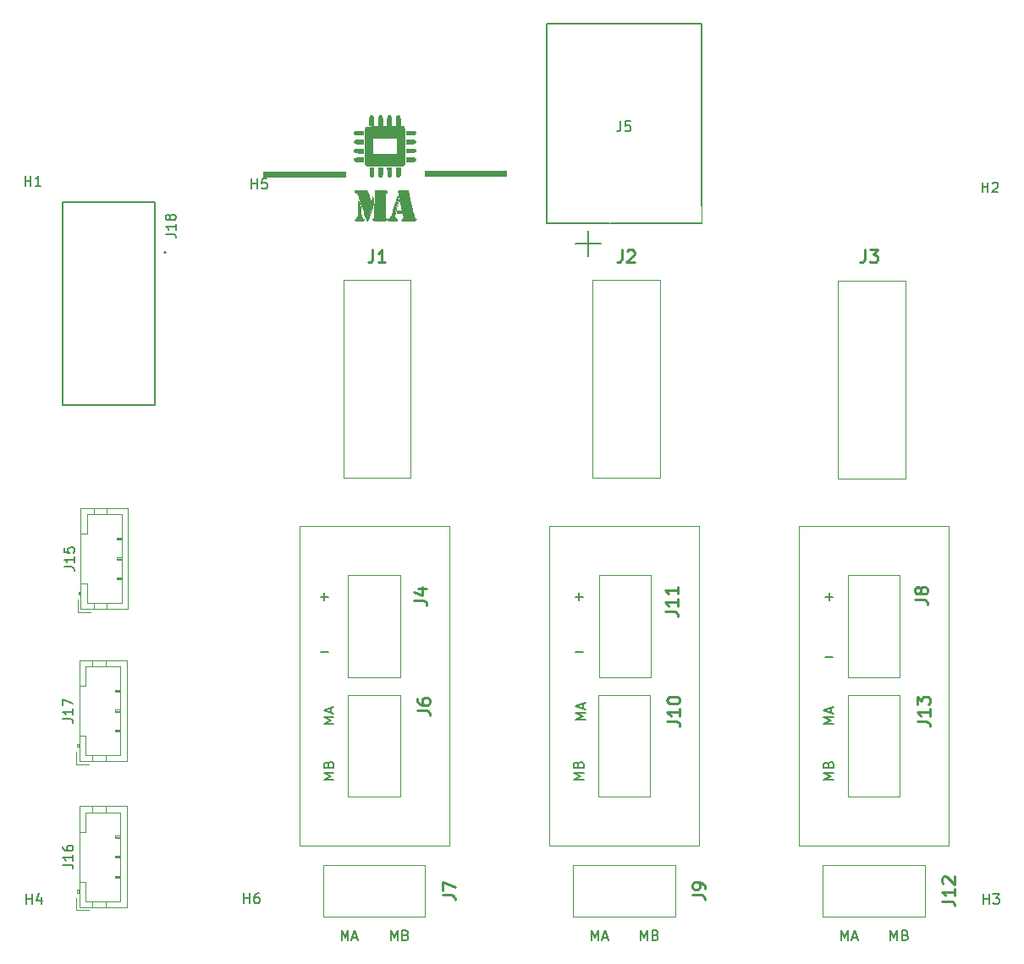
<source format=gbr>
G04 #@! TF.GenerationSoftware,KiCad,Pcbnew,(5.1.10)-1*
G04 #@! TF.CreationDate,2022-04-16T12:49:33+05:30*
G04 #@! TF.ProjectId,New PCB Stack,4e657720-5043-4422-9053-7461636b2e6b,rev?*
G04 #@! TF.SameCoordinates,Original*
G04 #@! TF.FileFunction,Legend,Top*
G04 #@! TF.FilePolarity,Positive*
%FSLAX46Y46*%
G04 Gerber Fmt 4.6, Leading zero omitted, Abs format (unit mm)*
G04 Created by KiCad (PCBNEW (5.1.10)-1) date 2022-04-16 12:49:33*
%MOMM*%
%LPD*%
G01*
G04 APERTURE LIST*
%ADD10C,0.150000*%
%ADD11C,0.120000*%
%ADD12C,0.127000*%
%ADD13C,0.100000*%
%ADD14C,0.200000*%
%ADD15C,0.010000*%
%ADD16C,0.254000*%
G04 APERTURE END LIST*
D10*
X132652380Y-99861904D02*
X131652380Y-99861904D01*
X132366666Y-99528571D01*
X131652380Y-99195238D01*
X132652380Y-99195238D01*
X132366666Y-98766666D02*
X132366666Y-98290476D01*
X132652380Y-98861904D02*
X131652380Y-98528571D01*
X132652380Y-98195238D01*
D11*
X154000000Y-80500000D02*
X154000000Y-112500000D01*
X129000000Y-80500000D02*
X129000000Y-112500000D01*
X119000000Y-80500000D02*
X119000000Y-112500000D01*
D10*
X157452380Y-105833333D02*
X156452380Y-105833333D01*
X157166666Y-105500000D01*
X156452380Y-105166666D01*
X157452380Y-105166666D01*
X156928571Y-104357142D02*
X156976190Y-104214285D01*
X157023809Y-104166666D01*
X157119047Y-104119047D01*
X157261904Y-104119047D01*
X157357142Y-104166666D01*
X157404761Y-104214285D01*
X157452380Y-104309523D01*
X157452380Y-104690476D01*
X156452380Y-104690476D01*
X156452380Y-104357142D01*
X156500000Y-104261904D01*
X156547619Y-104214285D01*
X156642857Y-104166666D01*
X156738095Y-104166666D01*
X156833333Y-104214285D01*
X156880952Y-104261904D01*
X156928571Y-104357142D01*
X156928571Y-104690476D01*
X132452380Y-105833333D02*
X131452380Y-105833333D01*
X132166666Y-105500000D01*
X131452380Y-105166666D01*
X132452380Y-105166666D01*
X131928571Y-104357142D02*
X131976190Y-104214285D01*
X132023809Y-104166666D01*
X132119047Y-104119047D01*
X132261904Y-104119047D01*
X132357142Y-104166666D01*
X132404761Y-104214285D01*
X132452380Y-104309523D01*
X132452380Y-104690476D01*
X131452380Y-104690476D01*
X131452380Y-104357142D01*
X131500000Y-104261904D01*
X131547619Y-104214285D01*
X131642857Y-104166666D01*
X131738095Y-104166666D01*
X131833333Y-104214285D01*
X131880952Y-104261904D01*
X131928571Y-104357142D01*
X131928571Y-104690476D01*
X108238095Y-121952380D02*
X108238095Y-120952380D01*
X108571428Y-121666666D01*
X108904761Y-120952380D01*
X108904761Y-121952380D01*
X109333333Y-121666666D02*
X109809523Y-121666666D01*
X109238095Y-121952380D02*
X109571428Y-120952380D01*
X109904761Y-121952380D01*
X133238095Y-121952380D02*
X133238095Y-120952380D01*
X133571428Y-121666666D01*
X133904761Y-120952380D01*
X133904761Y-121952380D01*
X134333333Y-121666666D02*
X134809523Y-121666666D01*
X134238095Y-121952380D02*
X134571428Y-120952380D01*
X134904761Y-121952380D01*
X158238095Y-121952380D02*
X158238095Y-120952380D01*
X158571428Y-121666666D01*
X158904761Y-120952380D01*
X158904761Y-121952380D01*
X159333333Y-121666666D02*
X159809523Y-121666666D01*
X159238095Y-121952380D02*
X159571428Y-120952380D01*
X159904761Y-121952380D01*
X163166666Y-121952380D02*
X163166666Y-120952380D01*
X163500000Y-121666666D01*
X163833333Y-120952380D01*
X163833333Y-121952380D01*
X164642857Y-121428571D02*
X164785714Y-121476190D01*
X164833333Y-121523809D01*
X164880952Y-121619047D01*
X164880952Y-121761904D01*
X164833333Y-121857142D01*
X164785714Y-121904761D01*
X164690476Y-121952380D01*
X164309523Y-121952380D01*
X164309523Y-120952380D01*
X164642857Y-120952380D01*
X164738095Y-121000000D01*
X164785714Y-121047619D01*
X164833333Y-121142857D01*
X164833333Y-121238095D01*
X164785714Y-121333333D01*
X164738095Y-121380952D01*
X164642857Y-121428571D01*
X164309523Y-121428571D01*
X138166666Y-121952380D02*
X138166666Y-120952380D01*
X138500000Y-121666666D01*
X138833333Y-120952380D01*
X138833333Y-121952380D01*
X139642857Y-121428571D02*
X139785714Y-121476190D01*
X139833333Y-121523809D01*
X139880952Y-121619047D01*
X139880952Y-121761904D01*
X139833333Y-121857142D01*
X139785714Y-121904761D01*
X139690476Y-121952380D01*
X139309523Y-121952380D01*
X139309523Y-120952380D01*
X139642857Y-120952380D01*
X139738095Y-121000000D01*
X139785714Y-121047619D01*
X139833333Y-121142857D01*
X139833333Y-121238095D01*
X139785714Y-121333333D01*
X139738095Y-121380952D01*
X139642857Y-121428571D01*
X139309523Y-121428571D01*
X113166666Y-121952380D02*
X113166666Y-120952380D01*
X113500000Y-121666666D01*
X113833333Y-120952380D01*
X113833333Y-121952380D01*
X114642857Y-121428571D02*
X114785714Y-121476190D01*
X114833333Y-121523809D01*
X114880952Y-121619047D01*
X114880952Y-121761904D01*
X114833333Y-121857142D01*
X114785714Y-121904761D01*
X114690476Y-121952380D01*
X114309523Y-121952380D01*
X114309523Y-120952380D01*
X114642857Y-120952380D01*
X114738095Y-121000000D01*
X114785714Y-121047619D01*
X114833333Y-121142857D01*
X114833333Y-121238095D01*
X114785714Y-121333333D01*
X114738095Y-121380952D01*
X114642857Y-121428571D01*
X114309523Y-121428571D01*
X107452380Y-105833333D02*
X106452380Y-105833333D01*
X107166666Y-105500000D01*
X106452380Y-105166666D01*
X107452380Y-105166666D01*
X106928571Y-104357142D02*
X106976190Y-104214285D01*
X107023809Y-104166666D01*
X107119047Y-104119047D01*
X107261904Y-104119047D01*
X107357142Y-104166666D01*
X107404761Y-104214285D01*
X107452380Y-104309523D01*
X107452380Y-104690476D01*
X106452380Y-104690476D01*
X106452380Y-104357142D01*
X106500000Y-104261904D01*
X106547619Y-104214285D01*
X106642857Y-104166666D01*
X106738095Y-104166666D01*
X106833333Y-104214285D01*
X106880952Y-104261904D01*
X106928571Y-104357142D01*
X106928571Y-104690476D01*
X157452380Y-100261904D02*
X156452380Y-100261904D01*
X157166666Y-99928571D01*
X156452380Y-99595238D01*
X157452380Y-99595238D01*
X157166666Y-99166666D02*
X157166666Y-98690476D01*
X157452380Y-99261904D02*
X156452380Y-98928571D01*
X157452380Y-98595238D01*
X107452380Y-100261904D02*
X106452380Y-100261904D01*
X107166666Y-99928571D01*
X106452380Y-99595238D01*
X107452380Y-99595238D01*
X107166666Y-99166666D02*
X107166666Y-98690476D01*
X107452380Y-99261904D02*
X106452380Y-98928571D01*
X107452380Y-98595238D01*
X156619047Y-93571428D02*
X157380952Y-93571428D01*
X131619047Y-93071428D02*
X132380952Y-93071428D01*
X106119047Y-93071428D02*
X106880952Y-93071428D01*
X156619047Y-87571428D02*
X157380952Y-87571428D01*
X157000000Y-87952380D02*
X157000000Y-87190476D01*
X131619047Y-87571428D02*
X132380952Y-87571428D01*
X132000000Y-87952380D02*
X132000000Y-87190476D01*
X106119047Y-87571428D02*
X106880952Y-87571428D01*
X106500000Y-87952380D02*
X106500000Y-87190476D01*
D11*
X169000000Y-112500000D02*
X169000000Y-80500000D01*
X154000000Y-112500000D02*
X169000000Y-112500000D01*
X169000000Y-80500000D02*
X154000000Y-80500000D01*
X144000000Y-112500000D02*
X144000000Y-80500000D01*
X129000000Y-112500000D02*
X144000000Y-112500000D01*
X144000000Y-80500000D02*
X129000000Y-80500000D01*
X119000000Y-80500000D02*
X104000000Y-80500000D01*
X104000000Y-112500000D02*
X119000000Y-112500000D01*
X104000000Y-80500000D02*
X104000000Y-112500000D01*
G04 #@! TO.C,J5*
X144250000Y-48350000D02*
X144250000Y-50200000D01*
D12*
X132880000Y-52180000D02*
X132880000Y-50910000D01*
X131610000Y-52180000D02*
X132880000Y-52180000D01*
X132880000Y-52180000D02*
X132880000Y-53450000D01*
X134150000Y-52180000D02*
X132880000Y-52180000D01*
X144250000Y-30150000D02*
X128750000Y-30150000D01*
X144250000Y-48350000D02*
X144250000Y-30150000D01*
X128750000Y-30150000D02*
X128760000Y-50200000D01*
X135078000Y-50200000D02*
X142220000Y-50200000D01*
X144230000Y-50200000D02*
X142098000Y-50200000D01*
X128760000Y-50200000D02*
X135050000Y-50200000D01*
D13*
G04 #@! TO.C,J12*
X156400000Y-114400000D02*
X166600000Y-114400000D01*
X156400000Y-119600000D02*
X156400000Y-114400000D01*
X166600000Y-119600000D02*
X156400000Y-119600000D01*
X166600000Y-114400000D02*
X166600000Y-119600000D01*
G04 #@! TO.C,J9*
X131400000Y-114400000D02*
X141600000Y-114400000D01*
X131400000Y-119600000D02*
X131400000Y-114400000D01*
X141600000Y-119600000D02*
X131400000Y-119600000D01*
X141600000Y-114400000D02*
X141600000Y-119600000D01*
G04 #@! TO.C,J7*
X106400000Y-114400000D02*
X116600000Y-114400000D01*
X106400000Y-119600000D02*
X106400000Y-114400000D01*
X116600000Y-119600000D02*
X106400000Y-119600000D01*
X116600000Y-114400000D02*
X116600000Y-119600000D01*
G04 #@! TO.C,J13*
X158900000Y-107600000D02*
X158900000Y-97400000D01*
X164100000Y-107600000D02*
X158900000Y-107600000D01*
X164100000Y-97400000D02*
X164100000Y-107600000D01*
X158900000Y-97400000D02*
X164100000Y-97400000D01*
G04 #@! TO.C,J8*
X158900000Y-95600000D02*
X158900000Y-85400000D01*
X164100000Y-95600000D02*
X158900000Y-95600000D01*
X164100000Y-85400000D02*
X164100000Y-95600000D01*
X158900000Y-85400000D02*
X164100000Y-85400000D01*
G04 #@! TO.C,J10*
X133900000Y-107600000D02*
X133900000Y-97400000D01*
X139100000Y-107600000D02*
X133900000Y-107600000D01*
X139100000Y-97400000D02*
X139100000Y-107600000D01*
X133900000Y-97400000D02*
X139100000Y-97400000D01*
G04 #@! TO.C,J11*
X134000000Y-95600000D02*
X134000000Y-85400000D01*
X139200000Y-95600000D02*
X134000000Y-95600000D01*
X139200000Y-85400000D02*
X139200000Y-95600000D01*
X134000000Y-85400000D02*
X139200000Y-85400000D01*
G04 #@! TO.C,J6*
X108900000Y-107600000D02*
X108900000Y-97400000D01*
X114100000Y-107600000D02*
X108900000Y-107600000D01*
X114100000Y-97400000D02*
X114100000Y-107600000D01*
X108900000Y-97400000D02*
X114100000Y-97400000D01*
G04 #@! TO.C,J4*
X108900000Y-95600000D02*
X108900000Y-85400000D01*
X114100000Y-95600000D02*
X108900000Y-95600000D01*
X114100000Y-85400000D02*
X114100000Y-95600000D01*
X108900000Y-85400000D02*
X114100000Y-85400000D01*
D12*
G04 #@! TO.C,J18*
X80368000Y-48006000D02*
X89558000Y-48006000D01*
X89558000Y-68326000D02*
X80368000Y-68326000D01*
X89558000Y-48006000D02*
X89558000Y-68326000D01*
X80368000Y-68326000D02*
X80368000Y-48006000D01*
D14*
X90658000Y-53086000D02*
G75*
G03*
X90658000Y-53086000I-100000J0D01*
G01*
D11*
G04 #@! TO.C,J17*
X82010000Y-104041000D02*
X86730000Y-104041000D01*
X86730000Y-104041000D02*
X86730000Y-93921000D01*
X86730000Y-93921000D02*
X82010000Y-93921000D01*
X82010000Y-93921000D02*
X82010000Y-104041000D01*
X82010000Y-102281000D02*
X81810000Y-102281000D01*
X81810000Y-102281000D02*
X81810000Y-102581000D01*
X81810000Y-102581000D02*
X82010000Y-102581000D01*
X81910000Y-102281000D02*
X81910000Y-102581000D01*
X82010000Y-101481000D02*
X82620000Y-101481000D01*
X82620000Y-101481000D02*
X82620000Y-103431000D01*
X82620000Y-103431000D02*
X86120000Y-103431000D01*
X86120000Y-103431000D02*
X86120000Y-94531000D01*
X86120000Y-94531000D02*
X82620000Y-94531000D01*
X82620000Y-94531000D02*
X82620000Y-96481000D01*
X82620000Y-96481000D02*
X82010000Y-96481000D01*
X83320000Y-104041000D02*
X83320000Y-103431000D01*
X84620000Y-104041000D02*
X84620000Y-103431000D01*
X83320000Y-93921000D02*
X83320000Y-94531000D01*
X84620000Y-93921000D02*
X84620000Y-94531000D01*
X86120000Y-101081000D02*
X85620000Y-101081000D01*
X85620000Y-101081000D02*
X85620000Y-100881000D01*
X85620000Y-100881000D02*
X86120000Y-100881000D01*
X86120000Y-100981000D02*
X85620000Y-100981000D01*
X86120000Y-99081000D02*
X85620000Y-99081000D01*
X85620000Y-99081000D02*
X85620000Y-98881000D01*
X85620000Y-98881000D02*
X86120000Y-98881000D01*
X86120000Y-98981000D02*
X85620000Y-98981000D01*
X86120000Y-97081000D02*
X85620000Y-97081000D01*
X85620000Y-97081000D02*
X85620000Y-96881000D01*
X85620000Y-96881000D02*
X86120000Y-96881000D01*
X86120000Y-96981000D02*
X85620000Y-96981000D01*
X81710000Y-103091000D02*
X81710000Y-104341000D01*
X81710000Y-104341000D02*
X82960000Y-104341000D01*
G04 #@! TO.C,J16*
X82010000Y-118646000D02*
X86730000Y-118646000D01*
X86730000Y-118646000D02*
X86730000Y-108526000D01*
X86730000Y-108526000D02*
X82010000Y-108526000D01*
X82010000Y-108526000D02*
X82010000Y-118646000D01*
X82010000Y-116886000D02*
X81810000Y-116886000D01*
X81810000Y-116886000D02*
X81810000Y-117186000D01*
X81810000Y-117186000D02*
X82010000Y-117186000D01*
X81910000Y-116886000D02*
X81910000Y-117186000D01*
X82010000Y-116086000D02*
X82620000Y-116086000D01*
X82620000Y-116086000D02*
X82620000Y-118036000D01*
X82620000Y-118036000D02*
X86120000Y-118036000D01*
X86120000Y-118036000D02*
X86120000Y-109136000D01*
X86120000Y-109136000D02*
X82620000Y-109136000D01*
X82620000Y-109136000D02*
X82620000Y-111086000D01*
X82620000Y-111086000D02*
X82010000Y-111086000D01*
X83320000Y-118646000D02*
X83320000Y-118036000D01*
X84620000Y-118646000D02*
X84620000Y-118036000D01*
X83320000Y-108526000D02*
X83320000Y-109136000D01*
X84620000Y-108526000D02*
X84620000Y-109136000D01*
X86120000Y-115686000D02*
X85620000Y-115686000D01*
X85620000Y-115686000D02*
X85620000Y-115486000D01*
X85620000Y-115486000D02*
X86120000Y-115486000D01*
X86120000Y-115586000D02*
X85620000Y-115586000D01*
X86120000Y-113686000D02*
X85620000Y-113686000D01*
X85620000Y-113686000D02*
X85620000Y-113486000D01*
X85620000Y-113486000D02*
X86120000Y-113486000D01*
X86120000Y-113586000D02*
X85620000Y-113586000D01*
X86120000Y-111686000D02*
X85620000Y-111686000D01*
X85620000Y-111686000D02*
X85620000Y-111486000D01*
X85620000Y-111486000D02*
X86120000Y-111486000D01*
X86120000Y-111586000D02*
X85620000Y-111586000D01*
X81710000Y-117696000D02*
X81710000Y-118946000D01*
X81710000Y-118946000D02*
X82960000Y-118946000D01*
G04 #@! TO.C,J15*
X82137000Y-88801000D02*
X86857000Y-88801000D01*
X86857000Y-88801000D02*
X86857000Y-78681000D01*
X86857000Y-78681000D02*
X82137000Y-78681000D01*
X82137000Y-78681000D02*
X82137000Y-88801000D01*
X82137000Y-87041000D02*
X81937000Y-87041000D01*
X81937000Y-87041000D02*
X81937000Y-87341000D01*
X81937000Y-87341000D02*
X82137000Y-87341000D01*
X82037000Y-87041000D02*
X82037000Y-87341000D01*
X82137000Y-86241000D02*
X82747000Y-86241000D01*
X82747000Y-86241000D02*
X82747000Y-88191000D01*
X82747000Y-88191000D02*
X86247000Y-88191000D01*
X86247000Y-88191000D02*
X86247000Y-79291000D01*
X86247000Y-79291000D02*
X82747000Y-79291000D01*
X82747000Y-79291000D02*
X82747000Y-81241000D01*
X82747000Y-81241000D02*
X82137000Y-81241000D01*
X83447000Y-88801000D02*
X83447000Y-88191000D01*
X84747000Y-88801000D02*
X84747000Y-88191000D01*
X83447000Y-78681000D02*
X83447000Y-79291000D01*
X84747000Y-78681000D02*
X84747000Y-79291000D01*
X86247000Y-85841000D02*
X85747000Y-85841000D01*
X85747000Y-85841000D02*
X85747000Y-85641000D01*
X85747000Y-85641000D02*
X86247000Y-85641000D01*
X86247000Y-85741000D02*
X85747000Y-85741000D01*
X86247000Y-83841000D02*
X85747000Y-83841000D01*
X85747000Y-83841000D02*
X85747000Y-83641000D01*
X85747000Y-83641000D02*
X86247000Y-83641000D01*
X86247000Y-83741000D02*
X85747000Y-83741000D01*
X86247000Y-81841000D02*
X85747000Y-81841000D01*
X85747000Y-81841000D02*
X85747000Y-81641000D01*
X85747000Y-81641000D02*
X86247000Y-81641000D01*
X86247000Y-81741000D02*
X85747000Y-81741000D01*
X81837000Y-87851000D02*
X81837000Y-89101000D01*
X81837000Y-89101000D02*
X83087000Y-89101000D01*
D15*
G04 #@! TO.C,G\u002A\u002A\u002A*
G36*
X113953801Y-39358296D02*
G01*
X114004894Y-39390121D01*
X114039620Y-39453127D01*
X114060817Y-39555466D01*
X114071327Y-39705291D01*
X114074000Y-39896314D01*
X114074000Y-40302000D01*
X113693000Y-40302000D01*
X113693000Y-39896314D01*
X113696064Y-39694519D01*
X113707151Y-39547860D01*
X113729101Y-39448184D01*
X113764754Y-39387338D01*
X113816951Y-39357170D01*
X113883500Y-39349500D01*
X113953801Y-39358296D01*
G37*
X113953801Y-39358296D02*
X114004894Y-39390121D01*
X114039620Y-39453127D01*
X114060817Y-39555466D01*
X114071327Y-39705291D01*
X114074000Y-39896314D01*
X114074000Y-40302000D01*
X113693000Y-40302000D01*
X113693000Y-39896314D01*
X113696064Y-39694519D01*
X113707151Y-39547860D01*
X113729101Y-39448184D01*
X113764754Y-39387338D01*
X113816951Y-39357170D01*
X113883500Y-39349500D01*
X113953801Y-39358296D01*
G36*
X113066870Y-39358616D02*
G01*
X113117211Y-39391361D01*
X113151418Y-39455832D01*
X113172264Y-39560124D01*
X113182524Y-39712334D01*
X113185000Y-39896314D01*
X113185000Y-40302000D01*
X112764741Y-40302000D01*
X112777535Y-39891365D01*
X112787066Y-39690547D01*
X112803482Y-39544905D01*
X112830125Y-39446210D01*
X112870335Y-39386237D01*
X112927455Y-39356758D01*
X112997620Y-39349500D01*
X113066870Y-39358616D01*
G37*
X113066870Y-39358616D02*
X113117211Y-39391361D01*
X113151418Y-39455832D01*
X113172264Y-39560124D01*
X113182524Y-39712334D01*
X113185000Y-39896314D01*
X113185000Y-40302000D01*
X112764741Y-40302000D01*
X112777535Y-39891365D01*
X112787066Y-39690547D01*
X112803482Y-39544905D01*
X112830125Y-39446210D01*
X112870335Y-39386237D01*
X112927455Y-39356758D01*
X112997620Y-39349500D01*
X113066870Y-39358616D01*
G36*
X112169175Y-39357381D02*
G01*
X112222712Y-39386562D01*
X112259117Y-39445346D01*
X112281435Y-39542034D01*
X112292711Y-39684932D01*
X112295991Y-39882341D01*
X112296000Y-39896314D01*
X112296000Y-40302000D01*
X111876873Y-40302000D01*
X111888721Y-39897187D01*
X111897435Y-39695678D01*
X111912090Y-39549315D01*
X111935818Y-39449808D01*
X111971747Y-39388865D01*
X112023007Y-39358195D01*
X112092728Y-39349507D01*
X112095462Y-39349500D01*
X112169175Y-39357381D01*
G37*
X112169175Y-39357381D02*
X112222712Y-39386562D01*
X112259117Y-39445346D01*
X112281435Y-39542034D01*
X112292711Y-39684932D01*
X112295991Y-39882341D01*
X112296000Y-39896314D01*
X112296000Y-40302000D01*
X111876873Y-40302000D01*
X111888721Y-39897187D01*
X111897435Y-39695678D01*
X111912090Y-39549315D01*
X111935818Y-39449808D01*
X111971747Y-39388865D01*
X112023007Y-39358195D01*
X112092728Y-39349507D01*
X112095462Y-39349500D01*
X112169175Y-39357381D01*
G36*
X111207033Y-39355473D02*
G01*
X111280465Y-39368884D01*
X111333634Y-39400905D01*
X111369681Y-39460310D01*
X111391744Y-39555877D01*
X111402965Y-39696381D01*
X111406483Y-39890598D01*
X111406531Y-39913062D01*
X111407000Y-40302000D01*
X110994250Y-40302000D01*
X110994250Y-39935855D01*
X110998955Y-39723197D01*
X111013422Y-39568001D01*
X111038176Y-39464903D01*
X111041075Y-39457640D01*
X111077956Y-39384394D01*
X111121851Y-39355507D01*
X111199005Y-39354824D01*
X111207033Y-39355473D01*
G37*
X111207033Y-39355473D02*
X111280465Y-39368884D01*
X111333634Y-39400905D01*
X111369681Y-39460310D01*
X111391744Y-39555877D01*
X111402965Y-39696381D01*
X111406483Y-39890598D01*
X111406531Y-39913062D01*
X111407000Y-40302000D01*
X110994250Y-40302000D01*
X110994250Y-39935855D01*
X110998955Y-39723197D01*
X111013422Y-39568001D01*
X111038176Y-39464903D01*
X111041075Y-39457640D01*
X111077956Y-39384394D01*
X111121851Y-39355507D01*
X111199005Y-39354824D01*
X111207033Y-39355473D01*
G36*
X115094882Y-40889626D02*
G01*
X115265865Y-40890847D01*
X115385399Y-40895294D01*
X115465514Y-40904521D01*
X115518240Y-40920081D01*
X115555607Y-40943528D01*
X115563195Y-40950110D01*
X115620806Y-41039354D01*
X115619383Y-41140795D01*
X115584752Y-41208744D01*
X115560265Y-41233896D01*
X115522407Y-41251735D01*
X115460282Y-41263904D01*
X115362992Y-41272046D01*
X115219641Y-41277805D01*
X115106922Y-41280801D01*
X114674090Y-41291228D01*
X114683607Y-41090301D01*
X114693125Y-40889375D01*
X115094882Y-40889626D01*
G37*
X115094882Y-40889626D02*
X115265865Y-40890847D01*
X115385399Y-40895294D01*
X115465514Y-40904521D01*
X115518240Y-40920081D01*
X115555607Y-40943528D01*
X115563195Y-40950110D01*
X115620806Y-41039354D01*
X115619383Y-41140795D01*
X115584752Y-41208744D01*
X115560265Y-41233896D01*
X115522407Y-41251735D01*
X115460282Y-41263904D01*
X115362992Y-41272046D01*
X115219641Y-41277805D01*
X115106922Y-41280801D01*
X114674090Y-41291228D01*
X114683607Y-41090301D01*
X114693125Y-40889375D01*
X115094882Y-40889626D01*
G36*
X110422750Y-41286250D02*
G01*
X110017064Y-41286250D01*
X109834569Y-41284411D01*
X109704693Y-41278149D01*
X109616638Y-41266344D01*
X109559611Y-41247874D01*
X109540814Y-41236824D01*
X109480911Y-41158549D01*
X109470250Y-41095750D01*
X109479046Y-41025448D01*
X109510871Y-40974355D01*
X109573877Y-40939629D01*
X109676216Y-40918432D01*
X109826041Y-40907922D01*
X110017064Y-40905250D01*
X110422750Y-40905250D01*
X110422750Y-41286250D01*
G37*
X110422750Y-41286250D02*
X110017064Y-41286250D01*
X109834569Y-41284411D01*
X109704693Y-41278149D01*
X109616638Y-41266344D01*
X109559611Y-41247874D01*
X109540814Y-41236824D01*
X109480911Y-41158549D01*
X109470250Y-41095750D01*
X109479046Y-41025448D01*
X109510871Y-40974355D01*
X109573877Y-40939629D01*
X109676216Y-40918432D01*
X109826041Y-40907922D01*
X110017064Y-40905250D01*
X110422750Y-40905250D01*
X110422750Y-41286250D01*
G36*
X115286384Y-41797303D02*
G01*
X115434251Y-41808371D01*
X115534243Y-41830317D01*
X115594069Y-41866002D01*
X115621438Y-41918290D01*
X115624056Y-41990041D01*
X115623596Y-41995013D01*
X115607953Y-42061789D01*
X115570372Y-42110169D01*
X115502322Y-42142905D01*
X115395268Y-42162748D01*
X115240678Y-42172452D01*
X115066187Y-42174781D01*
X114677250Y-42175250D01*
X114677250Y-41794250D01*
X115082935Y-41794250D01*
X115286384Y-41797303D01*
G37*
X115286384Y-41797303D02*
X115434251Y-41808371D01*
X115534243Y-41830317D01*
X115594069Y-41866002D01*
X115621438Y-41918290D01*
X115624056Y-41990041D01*
X115623596Y-41995013D01*
X115607953Y-42061789D01*
X115570372Y-42110169D01*
X115502322Y-42142905D01*
X115395268Y-42162748D01*
X115240678Y-42172452D01*
X115066187Y-42174781D01*
X114677250Y-42175250D01*
X114677250Y-41794250D01*
X115082935Y-41794250D01*
X115286384Y-41797303D01*
G36*
X110422750Y-42175250D02*
G01*
X110017064Y-42175250D01*
X109834569Y-42173411D01*
X109704693Y-42167149D01*
X109616638Y-42155344D01*
X109559611Y-42136874D01*
X109540814Y-42125824D01*
X109480911Y-42047549D01*
X109470250Y-41984750D01*
X109479046Y-41914448D01*
X109510871Y-41863355D01*
X109573877Y-41828629D01*
X109676216Y-41807432D01*
X109826041Y-41796922D01*
X110017064Y-41794250D01*
X110422750Y-41794250D01*
X110422750Y-42175250D01*
G37*
X110422750Y-42175250D02*
X110017064Y-42175250D01*
X109834569Y-42173411D01*
X109704693Y-42167149D01*
X109616638Y-42155344D01*
X109559611Y-42136874D01*
X109540814Y-42125824D01*
X109480911Y-42047549D01*
X109470250Y-41984750D01*
X109479046Y-41914448D01*
X109510871Y-41863355D01*
X109573877Y-41828629D01*
X109676216Y-41807432D01*
X109826041Y-41796922D01*
X110017064Y-41794250D01*
X110422750Y-41794250D01*
X110422750Y-42175250D01*
G36*
X115286384Y-42686303D02*
G01*
X115434251Y-42697371D01*
X115534243Y-42719317D01*
X115594069Y-42755002D01*
X115621438Y-42807290D01*
X115624056Y-42879041D01*
X115623596Y-42884013D01*
X115607953Y-42950789D01*
X115570372Y-42999169D01*
X115502322Y-43031905D01*
X115395268Y-43051748D01*
X115240678Y-43061452D01*
X115066187Y-43063781D01*
X114677250Y-43064250D01*
X114677250Y-42683250D01*
X115082935Y-42683250D01*
X115286384Y-42686303D01*
G37*
X115286384Y-42686303D02*
X115434251Y-42697371D01*
X115534243Y-42719317D01*
X115594069Y-42755002D01*
X115621438Y-42807290D01*
X115624056Y-42879041D01*
X115623596Y-42884013D01*
X115607953Y-42950789D01*
X115570372Y-42999169D01*
X115502322Y-43031905D01*
X115395268Y-43051748D01*
X115240678Y-43061452D01*
X115066187Y-43063781D01*
X114677250Y-43064250D01*
X114677250Y-42683250D01*
X115082935Y-42683250D01*
X115286384Y-42686303D01*
G36*
X110422750Y-43096000D02*
G01*
X110081437Y-43093136D01*
X109929353Y-43089278D01*
X109791119Y-43081155D01*
X109685228Y-43070094D01*
X109640930Y-43061513D01*
X109532942Y-43011232D01*
X109480712Y-42935980D01*
X109475893Y-42852593D01*
X109493642Y-42789353D01*
X109535624Y-42743532D01*
X109610182Y-42712603D01*
X109725662Y-42694039D01*
X109890411Y-42685316D01*
X110033812Y-42683718D01*
X110422750Y-42683250D01*
X110422750Y-43096000D01*
G37*
X110422750Y-43096000D02*
X110081437Y-43093136D01*
X109929353Y-43089278D01*
X109791119Y-43081155D01*
X109685228Y-43070094D01*
X109640930Y-43061513D01*
X109532942Y-43011232D01*
X109480712Y-42935980D01*
X109475893Y-42852593D01*
X109493642Y-42789353D01*
X109535624Y-42743532D01*
X109610182Y-42712603D01*
X109725662Y-42694039D01*
X109890411Y-42685316D01*
X110033812Y-42683718D01*
X110422750Y-42683250D01*
X110422750Y-43096000D01*
G36*
X115284730Y-43575314D02*
G01*
X115431389Y-43586401D01*
X115531065Y-43608351D01*
X115591911Y-43644004D01*
X115622079Y-43696201D01*
X115629750Y-43762750D01*
X115620953Y-43833051D01*
X115589128Y-43884144D01*
X115526122Y-43918870D01*
X115423783Y-43940067D01*
X115273958Y-43950577D01*
X115082935Y-43953250D01*
X114677250Y-43953250D01*
X114677250Y-43572250D01*
X115082935Y-43572250D01*
X115284730Y-43575314D01*
G37*
X115284730Y-43575314D02*
X115431389Y-43586401D01*
X115531065Y-43608351D01*
X115591911Y-43644004D01*
X115622079Y-43696201D01*
X115629750Y-43762750D01*
X115620953Y-43833051D01*
X115589128Y-43884144D01*
X115526122Y-43918870D01*
X115423783Y-43940067D01*
X115273958Y-43950577D01*
X115082935Y-43953250D01*
X114677250Y-43953250D01*
X114677250Y-43572250D01*
X115082935Y-43572250D01*
X115284730Y-43575314D01*
G36*
X110422750Y-43985000D02*
G01*
X110081437Y-43980242D01*
X109931517Y-43977079D01*
X109797567Y-43972313D01*
X109697166Y-43966674D01*
X109656113Y-43962577D01*
X109553057Y-43920115D01*
X109489266Y-43839087D01*
X109475807Y-43742480D01*
X109493459Y-43678947D01*
X109535113Y-43632917D01*
X109609138Y-43601842D01*
X109723905Y-43583176D01*
X109887785Y-43574373D01*
X110033812Y-43572718D01*
X110422750Y-43572250D01*
X110422750Y-43985000D01*
G37*
X110422750Y-43985000D02*
X110081437Y-43980242D01*
X109931517Y-43977079D01*
X109797567Y-43972313D01*
X109697166Y-43966674D01*
X109656113Y-43962577D01*
X109553057Y-43920115D01*
X109489266Y-43839087D01*
X109475807Y-43742480D01*
X109493459Y-43678947D01*
X109535113Y-43632917D01*
X109609138Y-43601842D01*
X109723905Y-43583176D01*
X109887785Y-43574373D01*
X110033812Y-43572718D01*
X110422750Y-43572250D01*
X110422750Y-43985000D01*
G36*
X114469074Y-40531314D02*
G01*
X114479684Y-40552468D01*
X114488687Y-40586481D01*
X114496210Y-40638245D01*
X114502381Y-40712654D01*
X114507329Y-40814602D01*
X114511181Y-40948982D01*
X114514065Y-41120688D01*
X114516109Y-41334613D01*
X114517441Y-41595651D01*
X114518189Y-41908696D01*
X114518481Y-42278640D01*
X114518500Y-42421882D01*
X114518500Y-44241886D01*
X114362636Y-44397750D01*
X112555724Y-44397750D01*
X112171571Y-44397702D01*
X111845830Y-44397442D01*
X111573412Y-44396792D01*
X111349228Y-44395575D01*
X111168191Y-44393614D01*
X111025211Y-44390732D01*
X110915201Y-44386752D01*
X110833072Y-44381496D01*
X110773736Y-44374788D01*
X110732103Y-44366450D01*
X110703087Y-44356305D01*
X110681597Y-44344177D01*
X110665156Y-44331945D01*
X110581500Y-44266141D01*
X110581500Y-42624265D01*
X111283672Y-42624265D01*
X111285368Y-42824156D01*
X111292284Y-42974798D01*
X111305500Y-43083278D01*
X111326095Y-43156685D01*
X111355152Y-43202106D01*
X111393750Y-43226630D01*
X111418043Y-43233496D01*
X111464966Y-43236667D01*
X111567628Y-43239343D01*
X111718269Y-43241460D01*
X111909129Y-43242954D01*
X112132448Y-43243762D01*
X112380467Y-43243820D01*
X112604014Y-43243235D01*
X112916004Y-43241515D01*
X113169785Y-43238892D01*
X113370641Y-43235157D01*
X113523861Y-43230103D01*
X113634730Y-43223522D01*
X113708534Y-43215204D01*
X113750560Y-43204942D01*
X113762889Y-43197599D01*
X113776976Y-43167718D01*
X113787726Y-43105621D01*
X113795479Y-43004981D01*
X113800570Y-42859474D01*
X113803338Y-42662771D01*
X113804125Y-42425103D01*
X113803833Y-42190489D01*
X113802530Y-42011268D01*
X113799572Y-41879332D01*
X113794315Y-41786575D01*
X113786116Y-41724891D01*
X113774331Y-41686172D01*
X113758316Y-41662312D01*
X113742494Y-41648815D01*
X113692909Y-41635668D01*
X113588840Y-41624523D01*
X113439271Y-41615379D01*
X113253187Y-41608237D01*
X113039571Y-41603097D01*
X112807407Y-41599959D01*
X112565681Y-41598824D01*
X112323377Y-41599691D01*
X112089477Y-41602561D01*
X111872968Y-41607435D01*
X111682833Y-41614311D01*
X111528056Y-41623191D01*
X111417622Y-41634074D01*
X111360515Y-41646961D01*
X111357505Y-41648762D01*
X111336939Y-41667824D01*
X111321290Y-41696612D01*
X111309718Y-41743597D01*
X111301382Y-41817248D01*
X111295441Y-41926034D01*
X111291054Y-42078425D01*
X111287382Y-42282891D01*
X111286114Y-42368035D01*
X111283672Y-42624265D01*
X110581500Y-42624265D01*
X110581500Y-42415991D01*
X110581584Y-42026113D01*
X110581937Y-41694808D01*
X110582709Y-41417150D01*
X110584050Y-41188213D01*
X110586111Y-41003071D01*
X110589042Y-40856796D01*
X110592994Y-40744463D01*
X110598116Y-40661145D01*
X110604559Y-40601915D01*
X110612473Y-40561848D01*
X110622010Y-40536017D01*
X110633318Y-40519495D01*
X110639562Y-40513295D01*
X110656271Y-40502200D01*
X110683187Y-40492771D01*
X110725184Y-40484874D01*
X110787133Y-40478376D01*
X110873909Y-40473144D01*
X110990385Y-40469044D01*
X111141432Y-40465943D01*
X111331925Y-40463707D01*
X111566737Y-40462204D01*
X111850740Y-40461298D01*
X112188807Y-40460858D01*
X112558637Y-40460750D01*
X114419649Y-40460750D01*
X114469074Y-40531314D01*
G37*
X114469074Y-40531314D02*
X114479684Y-40552468D01*
X114488687Y-40586481D01*
X114496210Y-40638245D01*
X114502381Y-40712654D01*
X114507329Y-40814602D01*
X114511181Y-40948982D01*
X114514065Y-41120688D01*
X114516109Y-41334613D01*
X114517441Y-41595651D01*
X114518189Y-41908696D01*
X114518481Y-42278640D01*
X114518500Y-42421882D01*
X114518500Y-44241886D01*
X114362636Y-44397750D01*
X112555724Y-44397750D01*
X112171571Y-44397702D01*
X111845830Y-44397442D01*
X111573412Y-44396792D01*
X111349228Y-44395575D01*
X111168191Y-44393614D01*
X111025211Y-44390732D01*
X110915201Y-44386752D01*
X110833072Y-44381496D01*
X110773736Y-44374788D01*
X110732103Y-44366450D01*
X110703087Y-44356305D01*
X110681597Y-44344177D01*
X110665156Y-44331945D01*
X110581500Y-44266141D01*
X110581500Y-42624265D01*
X111283672Y-42624265D01*
X111285368Y-42824156D01*
X111292284Y-42974798D01*
X111305500Y-43083278D01*
X111326095Y-43156685D01*
X111355152Y-43202106D01*
X111393750Y-43226630D01*
X111418043Y-43233496D01*
X111464966Y-43236667D01*
X111567628Y-43239343D01*
X111718269Y-43241460D01*
X111909129Y-43242954D01*
X112132448Y-43243762D01*
X112380467Y-43243820D01*
X112604014Y-43243235D01*
X112916004Y-43241515D01*
X113169785Y-43238892D01*
X113370641Y-43235157D01*
X113523861Y-43230103D01*
X113634730Y-43223522D01*
X113708534Y-43215204D01*
X113750560Y-43204942D01*
X113762889Y-43197599D01*
X113776976Y-43167718D01*
X113787726Y-43105621D01*
X113795479Y-43004981D01*
X113800570Y-42859474D01*
X113803338Y-42662771D01*
X113804125Y-42425103D01*
X113803833Y-42190489D01*
X113802530Y-42011268D01*
X113799572Y-41879332D01*
X113794315Y-41786575D01*
X113786116Y-41724891D01*
X113774331Y-41686172D01*
X113758316Y-41662312D01*
X113742494Y-41648815D01*
X113692909Y-41635668D01*
X113588840Y-41624523D01*
X113439271Y-41615379D01*
X113253187Y-41608237D01*
X113039571Y-41603097D01*
X112807407Y-41599959D01*
X112565681Y-41598824D01*
X112323377Y-41599691D01*
X112089477Y-41602561D01*
X111872968Y-41607435D01*
X111682833Y-41614311D01*
X111528056Y-41623191D01*
X111417622Y-41634074D01*
X111360515Y-41646961D01*
X111357505Y-41648762D01*
X111336939Y-41667824D01*
X111321290Y-41696612D01*
X111309718Y-41743597D01*
X111301382Y-41817248D01*
X111295441Y-41926034D01*
X111291054Y-42078425D01*
X111287382Y-42282891D01*
X111286114Y-42368035D01*
X111283672Y-42624265D01*
X110581500Y-42624265D01*
X110581500Y-42415991D01*
X110581584Y-42026113D01*
X110581937Y-41694808D01*
X110582709Y-41417150D01*
X110584050Y-41188213D01*
X110586111Y-41003071D01*
X110589042Y-40856796D01*
X110592994Y-40744463D01*
X110598116Y-40661145D01*
X110604559Y-40601915D01*
X110612473Y-40561848D01*
X110622010Y-40536017D01*
X110633318Y-40519495D01*
X110639562Y-40513295D01*
X110656271Y-40502200D01*
X110683187Y-40492771D01*
X110725184Y-40484874D01*
X110787133Y-40478376D01*
X110873909Y-40473144D01*
X110990385Y-40469044D01*
X111141432Y-40465943D01*
X111331925Y-40463707D01*
X111566737Y-40462204D01*
X111850740Y-40461298D01*
X112188807Y-40460858D01*
X112558637Y-40460750D01*
X114419649Y-40460750D01*
X114469074Y-40531314D01*
G36*
X124710250Y-45445500D02*
G01*
X116550500Y-45445500D01*
X116550500Y-44905750D01*
X124710250Y-44905750D01*
X124710250Y-45445500D01*
G37*
X124710250Y-45445500D02*
X116550500Y-45445500D01*
X116550500Y-44905750D01*
X124710250Y-44905750D01*
X124710250Y-45445500D01*
G36*
X114101000Y-44965950D02*
G01*
X114095016Y-45140344D01*
X114086979Y-45263007D01*
X114075120Y-45345705D01*
X114057670Y-45400205D01*
X114032859Y-45438274D01*
X114029391Y-45442200D01*
X113948461Y-45494544D01*
X113853911Y-45505889D01*
X113771441Y-45474899D01*
X113752450Y-45456609D01*
X113731571Y-45406843D01*
X113715965Y-45310698D01*
X113704963Y-45162291D01*
X113698477Y-44980359D01*
X113688080Y-44556500D01*
X114112126Y-44556500D01*
X114101000Y-44965950D01*
G37*
X114101000Y-44965950D02*
X114095016Y-45140344D01*
X114086979Y-45263007D01*
X114075120Y-45345705D01*
X114057670Y-45400205D01*
X114032859Y-45438274D01*
X114029391Y-45442200D01*
X113948461Y-45494544D01*
X113853911Y-45505889D01*
X113771441Y-45474899D01*
X113752450Y-45456609D01*
X113731571Y-45406843D01*
X113715965Y-45310698D01*
X113704963Y-45162291D01*
X113698477Y-44980359D01*
X113688080Y-44556500D01*
X114112126Y-44556500D01*
X114101000Y-44965950D01*
G36*
X113212077Y-44946875D02*
G01*
X113204911Y-45126353D01*
X113194287Y-45254347D01*
X113178505Y-45342847D01*
X113155867Y-45403846D01*
X113144580Y-45423125D01*
X113071443Y-45488570D01*
X112980656Y-45510001D01*
X112894945Y-45484713D01*
X112863450Y-45456609D01*
X112842571Y-45406843D01*
X112826965Y-45310698D01*
X112815963Y-45162291D01*
X112809477Y-44980359D01*
X112799080Y-44556500D01*
X113223279Y-44556500D01*
X113212077Y-44946875D01*
G37*
X113212077Y-44946875D02*
X113204911Y-45126353D01*
X113194287Y-45254347D01*
X113178505Y-45342847D01*
X113155867Y-45403846D01*
X113144580Y-45423125D01*
X113071443Y-45488570D01*
X112980656Y-45510001D01*
X112894945Y-45484713D01*
X112863450Y-45456609D01*
X112842571Y-45406843D01*
X112826965Y-45310698D01*
X112815963Y-45162291D01*
X112809477Y-44980359D01*
X112799080Y-44556500D01*
X113223279Y-44556500D01*
X113212077Y-44946875D01*
G36*
X112296000Y-44962185D02*
G01*
X112292935Y-45163980D01*
X112281848Y-45310639D01*
X112259898Y-45410315D01*
X112224245Y-45471161D01*
X112172048Y-45501329D01*
X112105500Y-45509000D01*
X112008112Y-45481037D01*
X111964425Y-45438435D01*
X111942511Y-45392060D01*
X111927777Y-45319627D01*
X111919103Y-45210341D01*
X111915368Y-45053405D01*
X111915000Y-44962185D01*
X111915000Y-44556500D01*
X112296000Y-44556500D01*
X112296000Y-44962185D01*
G37*
X112296000Y-44962185D02*
X112292935Y-45163980D01*
X112281848Y-45310639D01*
X112259898Y-45410315D01*
X112224245Y-45471161D01*
X112172048Y-45501329D01*
X112105500Y-45509000D01*
X112008112Y-45481037D01*
X111964425Y-45438435D01*
X111942511Y-45392060D01*
X111927777Y-45319627D01*
X111919103Y-45210341D01*
X111915368Y-45053405D01*
X111915000Y-44962185D01*
X111915000Y-44556500D01*
X112296000Y-44556500D01*
X112296000Y-44962185D01*
G36*
X111407000Y-44962185D02*
G01*
X111403935Y-45163980D01*
X111392848Y-45310639D01*
X111370898Y-45410315D01*
X111335245Y-45471161D01*
X111283048Y-45501329D01*
X111216500Y-45509000D01*
X111119112Y-45481037D01*
X111075425Y-45438435D01*
X111053511Y-45392060D01*
X111038777Y-45319627D01*
X111030103Y-45210341D01*
X111026368Y-45053405D01*
X111026000Y-44962185D01*
X111026000Y-44556500D01*
X111407000Y-44556500D01*
X111407000Y-44962185D01*
G37*
X111407000Y-44962185D02*
X111403935Y-45163980D01*
X111392848Y-45310639D01*
X111370898Y-45410315D01*
X111335245Y-45471161D01*
X111283048Y-45501329D01*
X111216500Y-45509000D01*
X111119112Y-45481037D01*
X111075425Y-45438435D01*
X111053511Y-45392060D01*
X111038777Y-45319627D01*
X111030103Y-45210341D01*
X111026368Y-45053405D01*
X111026000Y-44962185D01*
X111026000Y-44556500D01*
X111407000Y-44556500D01*
X111407000Y-44962185D01*
G36*
X108581250Y-45509000D02*
G01*
X100389750Y-45509000D01*
X100389750Y-44969250D01*
X108581250Y-44969250D01*
X108581250Y-45509000D01*
G37*
X108581250Y-45509000D02*
X100389750Y-45509000D01*
X100389750Y-44969250D01*
X108581250Y-44969250D01*
X108581250Y-45509000D01*
G36*
X114851875Y-46874800D02*
G01*
X115150274Y-48152462D01*
X115215857Y-48431574D01*
X115278390Y-48694490D01*
X115336122Y-48934076D01*
X115387299Y-49143194D01*
X115430169Y-49314709D01*
X115462980Y-49441485D01*
X115483977Y-49516385D01*
X115488688Y-49530253D01*
X115534562Y-49605365D01*
X115590798Y-49650016D01*
X115593477Y-49650939D01*
X115657185Y-49697755D01*
X115683353Y-49770044D01*
X115662793Y-49841182D01*
X115660235Y-49844398D01*
X115616305Y-49860061D01*
X115520667Y-49872868D01*
X115385052Y-49882752D01*
X115221191Y-49889645D01*
X115040815Y-49893479D01*
X114855654Y-49894186D01*
X114677439Y-49891700D01*
X114517901Y-49885953D01*
X114388771Y-49876877D01*
X114301780Y-49864404D01*
X114270850Y-49852400D01*
X114236234Y-49793409D01*
X114253638Y-49729038D01*
X114325960Y-49649214D01*
X114330477Y-49645164D01*
X114379417Y-49597556D01*
X114406343Y-49552097D01*
X114412310Y-49493652D01*
X114398374Y-49407086D01*
X114365588Y-49277265D01*
X114358078Y-49249292D01*
X114325552Y-49128500D01*
X114041026Y-49128500D01*
X113906088Y-49127801D01*
X113822408Y-49123501D01*
X113777746Y-49112299D01*
X113759859Y-49090890D01*
X113756507Y-49055971D01*
X113756500Y-49051721D01*
X113761699Y-48965990D01*
X113785485Y-48913389D01*
X113840143Y-48885950D01*
X113937956Y-48875708D01*
X114029771Y-48874500D01*
X114147828Y-48870532D01*
X114230511Y-48859841D01*
X114264311Y-48844246D01*
X114264500Y-48842891D01*
X114257721Y-48804749D01*
X114238590Y-48712977D01*
X114208918Y-48575847D01*
X114170515Y-48401627D01*
X114125189Y-48198591D01*
X114074751Y-47975007D01*
X114070238Y-47955107D01*
X114006516Y-47669288D01*
X113957998Y-47439797D01*
X113923771Y-47261541D01*
X113902926Y-47129426D01*
X113894551Y-47038360D01*
X113897051Y-46986591D01*
X113918127Y-46874250D01*
X114851875Y-46874800D01*
G37*
X114851875Y-46874800D02*
X115150274Y-48152462D01*
X115215857Y-48431574D01*
X115278390Y-48694490D01*
X115336122Y-48934076D01*
X115387299Y-49143194D01*
X115430169Y-49314709D01*
X115462980Y-49441485D01*
X115483977Y-49516385D01*
X115488688Y-49530253D01*
X115534562Y-49605365D01*
X115590798Y-49650016D01*
X115593477Y-49650939D01*
X115657185Y-49697755D01*
X115683353Y-49770044D01*
X115662793Y-49841182D01*
X115660235Y-49844398D01*
X115616305Y-49860061D01*
X115520667Y-49872868D01*
X115385052Y-49882752D01*
X115221191Y-49889645D01*
X115040815Y-49893479D01*
X114855654Y-49894186D01*
X114677439Y-49891700D01*
X114517901Y-49885953D01*
X114388771Y-49876877D01*
X114301780Y-49864404D01*
X114270850Y-49852400D01*
X114236234Y-49793409D01*
X114253638Y-49729038D01*
X114325960Y-49649214D01*
X114330477Y-49645164D01*
X114379417Y-49597556D01*
X114406343Y-49552097D01*
X114412310Y-49493652D01*
X114398374Y-49407086D01*
X114365588Y-49277265D01*
X114358078Y-49249292D01*
X114325552Y-49128500D01*
X114041026Y-49128500D01*
X113906088Y-49127801D01*
X113822408Y-49123501D01*
X113777746Y-49112299D01*
X113759859Y-49090890D01*
X113756507Y-49055971D01*
X113756500Y-49051721D01*
X113761699Y-48965990D01*
X113785485Y-48913389D01*
X113840143Y-48885950D01*
X113937956Y-48875708D01*
X114029771Y-48874500D01*
X114147828Y-48870532D01*
X114230511Y-48859841D01*
X114264311Y-48844246D01*
X114264500Y-48842891D01*
X114257721Y-48804749D01*
X114238590Y-48712977D01*
X114208918Y-48575847D01*
X114170515Y-48401627D01*
X114125189Y-48198591D01*
X114074751Y-47975007D01*
X114070238Y-47955107D01*
X114006516Y-47669288D01*
X113957998Y-47439797D01*
X113923771Y-47261541D01*
X113902926Y-47129426D01*
X113894551Y-47038360D01*
X113897051Y-46986591D01*
X113918127Y-46874250D01*
X114851875Y-46874800D01*
G36*
X113825245Y-47490461D02*
G01*
X113851902Y-47570276D01*
X113878270Y-47679086D01*
X113879866Y-47686880D01*
X113924428Y-47907033D01*
X113729339Y-48614170D01*
X113673135Y-48822404D01*
X113623270Y-49015800D01*
X113582208Y-49184081D01*
X113552416Y-49316969D01*
X113536358Y-49404189D01*
X113534250Y-49427390D01*
X113551139Y-49521773D01*
X113609496Y-49594222D01*
X113704323Y-49651930D01*
X113758991Y-49703882D01*
X113783664Y-49775263D01*
X113772580Y-49840260D01*
X113751340Y-49862610D01*
X113699239Y-49875137D01*
X113599955Y-49883492D01*
X113469662Y-49887800D01*
X113324531Y-49888186D01*
X113180734Y-49884775D01*
X113054445Y-49877692D01*
X112961835Y-49867063D01*
X112923062Y-49856206D01*
X112871598Y-49801381D01*
X112879340Y-49736277D01*
X112944158Y-49667066D01*
X113000726Y-49630941D01*
X113133068Y-49524772D01*
X113206272Y-49414250D01*
X113233033Y-49347184D01*
X113273108Y-49227892D01*
X113323714Y-49065574D01*
X113382069Y-48869431D01*
X113445390Y-48648661D01*
X113510895Y-48412466D01*
X113525483Y-48358755D01*
X113588553Y-48129698D01*
X113647760Y-47922376D01*
X113700811Y-47744222D01*
X113745416Y-47602663D01*
X113779282Y-47505129D01*
X113800118Y-47459051D01*
X113803839Y-47456431D01*
X113825245Y-47490461D01*
G37*
X113825245Y-47490461D02*
X113851902Y-47570276D01*
X113878270Y-47679086D01*
X113879866Y-47686880D01*
X113924428Y-47907033D01*
X113729339Y-48614170D01*
X113673135Y-48822404D01*
X113623270Y-49015800D01*
X113582208Y-49184081D01*
X113552416Y-49316969D01*
X113536358Y-49404189D01*
X113534250Y-49427390D01*
X113551139Y-49521773D01*
X113609496Y-49594222D01*
X113704323Y-49651930D01*
X113758991Y-49703882D01*
X113783664Y-49775263D01*
X113772580Y-49840260D01*
X113751340Y-49862610D01*
X113699239Y-49875137D01*
X113599955Y-49883492D01*
X113469662Y-49887800D01*
X113324531Y-49888186D01*
X113180734Y-49884775D01*
X113054445Y-49877692D01*
X112961835Y-49867063D01*
X112923062Y-49856206D01*
X112871598Y-49801381D01*
X112879340Y-49736277D01*
X112944158Y-49667066D01*
X113000726Y-49630941D01*
X113133068Y-49524772D01*
X113206272Y-49414250D01*
X113233033Y-49347184D01*
X113273108Y-49227892D01*
X113323714Y-49065574D01*
X113382069Y-48869431D01*
X113445390Y-48648661D01*
X113510895Y-48412466D01*
X113525483Y-48358755D01*
X113588553Y-48129698D01*
X113647760Y-47922376D01*
X113700811Y-47744222D01*
X113745416Y-47602663D01*
X113779282Y-47505129D01*
X113800118Y-47459051D01*
X113803839Y-47456431D01*
X113825245Y-47490461D01*
G36*
X112332598Y-46875151D02*
G01*
X112492127Y-46878265D01*
X112604652Y-46884200D01*
X112678413Y-46893569D01*
X112721647Y-46906983D01*
X112739234Y-46920349D01*
X112768243Y-46995004D01*
X112736994Y-47069104D01*
X112661125Y-47128264D01*
X112565875Y-47181042D01*
X112565875Y-49583707D01*
X112661125Y-49636485D01*
X112743446Y-49703739D01*
X112768039Y-49778282D01*
X112739234Y-49844400D01*
X112693752Y-49861608D01*
X112596646Y-49875292D01*
X112459692Y-49885452D01*
X112294668Y-49892089D01*
X112113352Y-49895201D01*
X111927520Y-49894790D01*
X111748951Y-49890856D01*
X111589421Y-49883397D01*
X111460708Y-49872415D01*
X111374590Y-49857909D01*
X111344765Y-49844400D01*
X111315756Y-49769746D01*
X111347004Y-49695649D01*
X111422875Y-49636492D01*
X111518125Y-49583722D01*
X111534681Y-46874250D01*
X112117828Y-46874250D01*
X112332598Y-46875151D01*
G37*
X112332598Y-46875151D02*
X112492127Y-46878265D01*
X112604652Y-46884200D01*
X112678413Y-46893569D01*
X112721647Y-46906983D01*
X112739234Y-46920349D01*
X112768243Y-46995004D01*
X112736994Y-47069104D01*
X112661125Y-47128264D01*
X112565875Y-47181042D01*
X112565875Y-49583707D01*
X112661125Y-49636485D01*
X112743446Y-49703739D01*
X112768039Y-49778282D01*
X112739234Y-49844400D01*
X112693752Y-49861608D01*
X112596646Y-49875292D01*
X112459692Y-49885452D01*
X112294668Y-49892089D01*
X112113352Y-49895201D01*
X111927520Y-49894790D01*
X111748951Y-49890856D01*
X111589421Y-49883397D01*
X111460708Y-49872415D01*
X111374590Y-49857909D01*
X111344765Y-49844400D01*
X111315756Y-49769746D01*
X111347004Y-49695649D01*
X111422875Y-49636492D01*
X111518125Y-49583722D01*
X111534681Y-46874250D01*
X112117828Y-46874250D01*
X112332598Y-46875151D01*
G36*
X110891058Y-47230749D02*
G01*
X110949606Y-47398146D01*
X111008595Y-47569015D01*
X111060083Y-47720243D01*
X111088634Y-47805759D01*
X111126303Y-47907325D01*
X111160006Y-47975577D01*
X111183214Y-47997650D01*
X111185315Y-47996259D01*
X111204676Y-47955258D01*
X111234753Y-47868574D01*
X111270246Y-47751970D01*
X111284974Y-47699750D01*
X111359375Y-47429875D01*
X111368336Y-47824662D01*
X111377298Y-48219450D01*
X111130211Y-49054852D01*
X111056385Y-49303248D01*
X110997567Y-49497241D01*
X110951242Y-49643464D01*
X110914896Y-49748549D01*
X110886017Y-49819130D01*
X110862091Y-49861838D01*
X110840603Y-49883306D01*
X110819041Y-49890167D01*
X110813561Y-49890377D01*
X110752470Y-49880897D01*
X110730532Y-49866687D01*
X110717915Y-49832306D01*
X110687541Y-49744141D01*
X110641597Y-49608695D01*
X110582269Y-49432471D01*
X110511746Y-49221972D01*
X110432213Y-48983701D01*
X110345857Y-48724161D01*
X110311438Y-48620500D01*
X110221069Y-48349405D01*
X110134748Y-48092807D01*
X110054977Y-47857967D01*
X109984256Y-47652150D01*
X109925087Y-47482618D01*
X109879970Y-47356635D01*
X109851407Y-47281463D01*
X109846307Y-47269620D01*
X109785228Y-47171428D01*
X109707290Y-47118730D01*
X109684089Y-47110870D01*
X109611989Y-47079799D01*
X109584397Y-47030522D01*
X109581375Y-46985375D01*
X109581375Y-46890125D01*
X110173139Y-46881499D01*
X110764904Y-46872874D01*
X110891058Y-47230749D01*
G37*
X110891058Y-47230749D02*
X110949606Y-47398146D01*
X111008595Y-47569015D01*
X111060083Y-47720243D01*
X111088634Y-47805759D01*
X111126303Y-47907325D01*
X111160006Y-47975577D01*
X111183214Y-47997650D01*
X111185315Y-47996259D01*
X111204676Y-47955258D01*
X111234753Y-47868574D01*
X111270246Y-47751970D01*
X111284974Y-47699750D01*
X111359375Y-47429875D01*
X111368336Y-47824662D01*
X111377298Y-48219450D01*
X111130211Y-49054852D01*
X111056385Y-49303248D01*
X110997567Y-49497241D01*
X110951242Y-49643464D01*
X110914896Y-49748549D01*
X110886017Y-49819130D01*
X110862091Y-49861838D01*
X110840603Y-49883306D01*
X110819041Y-49890167D01*
X110813561Y-49890377D01*
X110752470Y-49880897D01*
X110730532Y-49866687D01*
X110717915Y-49832306D01*
X110687541Y-49744141D01*
X110641597Y-49608695D01*
X110582269Y-49432471D01*
X110511746Y-49221972D01*
X110432213Y-48983701D01*
X110345857Y-48724161D01*
X110311438Y-48620500D01*
X110221069Y-48349405D01*
X110134748Y-48092807D01*
X110054977Y-47857967D01*
X109984256Y-47652150D01*
X109925087Y-47482618D01*
X109879970Y-47356635D01*
X109851407Y-47281463D01*
X109846307Y-47269620D01*
X109785228Y-47171428D01*
X109707290Y-47118730D01*
X109684089Y-47110870D01*
X109611989Y-47079799D01*
X109584397Y-47030522D01*
X109581375Y-46985375D01*
X109581375Y-46890125D01*
X110173139Y-46881499D01*
X110764904Y-46872874D01*
X110891058Y-47230749D01*
G36*
X109933914Y-47950143D02*
G01*
X109968923Y-48025881D01*
X110011522Y-48136175D01*
X110039131Y-48215766D01*
X110085992Y-48365473D01*
X110115195Y-48489459D01*
X110130710Y-48613411D01*
X110136505Y-48763021D01*
X110137000Y-48849203D01*
X110141161Y-49078401D01*
X110155377Y-49254774D01*
X110182245Y-49388560D01*
X110224364Y-49489993D01*
X110284332Y-49569311D01*
X110330291Y-49610810D01*
X110413170Y-49695441D01*
X110452457Y-49775350D01*
X110444979Y-49839368D01*
X110404278Y-49871228D01*
X110340567Y-49882998D01*
X110234858Y-49889812D01*
X110102925Y-49892040D01*
X109960538Y-49890052D01*
X109823470Y-49884221D01*
X109707494Y-49874916D01*
X109628382Y-49862509D01*
X109603600Y-49852400D01*
X109567221Y-49782257D01*
X109592636Y-49709997D01*
X109678181Y-49639788D01*
X109739035Y-49599513D01*
X109786562Y-49553692D01*
X109822388Y-49494367D01*
X109848140Y-49413577D01*
X109865445Y-49303362D01*
X109875928Y-49155762D01*
X109881216Y-48962817D01*
X109882936Y-48716567D01*
X109883000Y-48637394D01*
X109884241Y-48418556D01*
X109887761Y-48230432D01*
X109893252Y-48080563D01*
X109900408Y-47976492D01*
X109908921Y-47925760D01*
X109912131Y-47922000D01*
X109933914Y-47950143D01*
G37*
X109933914Y-47950143D02*
X109968923Y-48025881D01*
X110011522Y-48136175D01*
X110039131Y-48215766D01*
X110085992Y-48365473D01*
X110115195Y-48489459D01*
X110130710Y-48613411D01*
X110136505Y-48763021D01*
X110137000Y-48849203D01*
X110141161Y-49078401D01*
X110155377Y-49254774D01*
X110182245Y-49388560D01*
X110224364Y-49489993D01*
X110284332Y-49569311D01*
X110330291Y-49610810D01*
X110413170Y-49695441D01*
X110452457Y-49775350D01*
X110444979Y-49839368D01*
X110404278Y-49871228D01*
X110340567Y-49882998D01*
X110234858Y-49889812D01*
X110102925Y-49892040D01*
X109960538Y-49890052D01*
X109823470Y-49884221D01*
X109707494Y-49874916D01*
X109628382Y-49862509D01*
X109603600Y-49852400D01*
X109567221Y-49782257D01*
X109592636Y-49709997D01*
X109678181Y-49639788D01*
X109739035Y-49599513D01*
X109786562Y-49553692D01*
X109822388Y-49494367D01*
X109848140Y-49413577D01*
X109865445Y-49303362D01*
X109875928Y-49155762D01*
X109881216Y-48962817D01*
X109882936Y-48716567D01*
X109883000Y-48637394D01*
X109884241Y-48418556D01*
X109887761Y-48230432D01*
X109893252Y-48080563D01*
X109900408Y-47976492D01*
X109908921Y-47925760D01*
X109912131Y-47922000D01*
X109933914Y-47950143D01*
D13*
G04 #@! TO.C,J3*
X157900000Y-75720000D02*
X157900000Y-55910000D01*
X157900000Y-55910000D02*
X164665000Y-55910000D01*
X164665000Y-55910000D02*
X164665000Y-75720000D01*
X164665000Y-75720000D02*
X157900000Y-75720000D01*
G04 #@! TO.C,J2*
X133300000Y-75670000D02*
X133300000Y-55860000D01*
X133300000Y-55860000D02*
X140065000Y-55860000D01*
X140065000Y-55860000D02*
X140065000Y-75670000D01*
X140065000Y-75670000D02*
X133300000Y-75670000D01*
G04 #@! TO.C,J1*
X108400000Y-75670000D02*
X108400000Y-55860000D01*
X108400000Y-55860000D02*
X115165000Y-55860000D01*
X115165000Y-55860000D02*
X115165000Y-75670000D01*
X115165000Y-75670000D02*
X108400000Y-75670000D01*
G04 #@! TO.C,H6*
D10*
X98488095Y-118252380D02*
X98488095Y-117252380D01*
X98488095Y-117728571D02*
X99059523Y-117728571D01*
X99059523Y-118252380D02*
X99059523Y-117252380D01*
X99964285Y-117252380D02*
X99773809Y-117252380D01*
X99678571Y-117300000D01*
X99630952Y-117347619D01*
X99535714Y-117490476D01*
X99488095Y-117680952D01*
X99488095Y-118061904D01*
X99535714Y-118157142D01*
X99583333Y-118204761D01*
X99678571Y-118252380D01*
X99869047Y-118252380D01*
X99964285Y-118204761D01*
X100011904Y-118157142D01*
X100059523Y-118061904D01*
X100059523Y-117823809D01*
X100011904Y-117728571D01*
X99964285Y-117680952D01*
X99869047Y-117633333D01*
X99678571Y-117633333D01*
X99583333Y-117680952D01*
X99535714Y-117728571D01*
X99488095Y-117823809D01*
G04 #@! TO.C,H5*
X99238095Y-46702380D02*
X99238095Y-45702380D01*
X99238095Y-46178571D02*
X99809523Y-46178571D01*
X99809523Y-46702380D02*
X99809523Y-45702380D01*
X100761904Y-45702380D02*
X100285714Y-45702380D01*
X100238095Y-46178571D01*
X100285714Y-46130952D01*
X100380952Y-46083333D01*
X100619047Y-46083333D01*
X100714285Y-46130952D01*
X100761904Y-46178571D01*
X100809523Y-46273809D01*
X100809523Y-46511904D01*
X100761904Y-46607142D01*
X100714285Y-46654761D01*
X100619047Y-46702380D01*
X100380952Y-46702380D01*
X100285714Y-46654761D01*
X100238095Y-46607142D01*
G04 #@! TO.C,H4*
X76708095Y-118299380D02*
X76708095Y-117299380D01*
X76708095Y-117775571D02*
X77279523Y-117775571D01*
X77279523Y-118299380D02*
X77279523Y-117299380D01*
X78184285Y-117632714D02*
X78184285Y-118299380D01*
X77946190Y-117251761D02*
X77708095Y-117966047D01*
X78327142Y-117966047D01*
G04 #@! TO.C,H3*
X172466095Y-118299380D02*
X172466095Y-117299380D01*
X172466095Y-117775571D02*
X173037523Y-117775571D01*
X173037523Y-118299380D02*
X173037523Y-117299380D01*
X173418476Y-117299380D02*
X174037523Y-117299380D01*
X173704190Y-117680333D01*
X173847047Y-117680333D01*
X173942285Y-117727952D01*
X173989904Y-117775571D01*
X174037523Y-117870809D01*
X174037523Y-118108904D01*
X173989904Y-118204142D01*
X173942285Y-118251761D01*
X173847047Y-118299380D01*
X173561333Y-118299380D01*
X173466095Y-118251761D01*
X173418476Y-118204142D01*
G04 #@! TO.C,H2*
X172339095Y-47061380D02*
X172339095Y-46061380D01*
X172339095Y-46537571D02*
X172910523Y-46537571D01*
X172910523Y-47061380D02*
X172910523Y-46061380D01*
X173339095Y-46156619D02*
X173386714Y-46109000D01*
X173481952Y-46061380D01*
X173720047Y-46061380D01*
X173815285Y-46109000D01*
X173862904Y-46156619D01*
X173910523Y-46251857D01*
X173910523Y-46347095D01*
X173862904Y-46489952D01*
X173291476Y-47061380D01*
X173910523Y-47061380D01*
G04 #@! TO.C,H1*
X76581095Y-46426380D02*
X76581095Y-45426380D01*
X76581095Y-45902571D02*
X77152523Y-45902571D01*
X77152523Y-46426380D02*
X77152523Y-45426380D01*
X78152523Y-46426380D02*
X77581095Y-46426380D01*
X77866809Y-46426380D02*
X77866809Y-45426380D01*
X77771571Y-45569238D01*
X77676333Y-45664476D01*
X77581095Y-45712095D01*
G04 #@! TO.C,J5*
X136166519Y-39952139D02*
X136166519Y-40666740D01*
X136118879Y-40809660D01*
X136023599Y-40904940D01*
X135880679Y-40952580D01*
X135785399Y-40952580D01*
X137119320Y-39952139D02*
X136642920Y-39952139D01*
X136595280Y-40428539D01*
X136642920Y-40380899D01*
X136738200Y-40333259D01*
X136976400Y-40333259D01*
X137071680Y-40380899D01*
X137119320Y-40428539D01*
X137166960Y-40523820D01*
X137166960Y-40762020D01*
X137119320Y-40857300D01*
X137071680Y-40904940D01*
X136976400Y-40952580D01*
X136738200Y-40952580D01*
X136642920Y-40904940D01*
X136595280Y-40857300D01*
G04 #@! TO.C,J12*
D16*
X168304523Y-118028095D02*
X169211666Y-118028095D01*
X169393095Y-118088571D01*
X169514047Y-118209523D01*
X169574523Y-118390952D01*
X169574523Y-118511904D01*
X169574523Y-116758095D02*
X169574523Y-117483809D01*
X169574523Y-117120952D02*
X168304523Y-117120952D01*
X168485952Y-117241904D01*
X168606904Y-117362857D01*
X168667380Y-117483809D01*
X168425476Y-116274285D02*
X168365000Y-116213809D01*
X168304523Y-116092857D01*
X168304523Y-115790476D01*
X168365000Y-115669523D01*
X168425476Y-115609047D01*
X168546428Y-115548571D01*
X168667380Y-115548571D01*
X168848809Y-115609047D01*
X169574523Y-116334761D01*
X169574523Y-115548571D01*
G04 #@! TO.C,J9*
X143304523Y-117423333D02*
X144211666Y-117423333D01*
X144393095Y-117483809D01*
X144514047Y-117604761D01*
X144574523Y-117786190D01*
X144574523Y-117907142D01*
X144574523Y-116758095D02*
X144574523Y-116516190D01*
X144514047Y-116395238D01*
X144453571Y-116334761D01*
X144272142Y-116213809D01*
X144030238Y-116153333D01*
X143546428Y-116153333D01*
X143425476Y-116213809D01*
X143365000Y-116274285D01*
X143304523Y-116395238D01*
X143304523Y-116637142D01*
X143365000Y-116758095D01*
X143425476Y-116818571D01*
X143546428Y-116879047D01*
X143848809Y-116879047D01*
X143969761Y-116818571D01*
X144030238Y-116758095D01*
X144090714Y-116637142D01*
X144090714Y-116395238D01*
X144030238Y-116274285D01*
X143969761Y-116213809D01*
X143848809Y-116153333D01*
G04 #@! TO.C,J7*
X118304523Y-117423333D02*
X119211666Y-117423333D01*
X119393095Y-117483809D01*
X119514047Y-117604761D01*
X119574523Y-117786190D01*
X119574523Y-117907142D01*
X118304523Y-116939523D02*
X118304523Y-116092857D01*
X119574523Y-116637142D01*
G04 #@! TO.C,J13*
X165804523Y-100028095D02*
X166711666Y-100028095D01*
X166893095Y-100088571D01*
X167014047Y-100209523D01*
X167074523Y-100390952D01*
X167074523Y-100511904D01*
X167074523Y-98758095D02*
X167074523Y-99483809D01*
X167074523Y-99120952D02*
X165804523Y-99120952D01*
X165985952Y-99241904D01*
X166106904Y-99362857D01*
X166167380Y-99483809D01*
X165804523Y-98334761D02*
X165804523Y-97548571D01*
X166288333Y-97971904D01*
X166288333Y-97790476D01*
X166348809Y-97669523D01*
X166409285Y-97609047D01*
X166530238Y-97548571D01*
X166832619Y-97548571D01*
X166953571Y-97609047D01*
X167014047Y-97669523D01*
X167074523Y-97790476D01*
X167074523Y-98153333D01*
X167014047Y-98274285D01*
X166953571Y-98334761D01*
G04 #@! TO.C,J8*
X165604523Y-87823333D02*
X166511666Y-87823333D01*
X166693095Y-87883809D01*
X166814047Y-88004761D01*
X166874523Y-88186190D01*
X166874523Y-88307142D01*
X166148809Y-87037142D02*
X166088333Y-87158095D01*
X166027857Y-87218571D01*
X165906904Y-87279047D01*
X165846428Y-87279047D01*
X165725476Y-87218571D01*
X165665000Y-87158095D01*
X165604523Y-87037142D01*
X165604523Y-86795238D01*
X165665000Y-86674285D01*
X165725476Y-86613809D01*
X165846428Y-86553333D01*
X165906904Y-86553333D01*
X166027857Y-86613809D01*
X166088333Y-86674285D01*
X166148809Y-86795238D01*
X166148809Y-87037142D01*
X166209285Y-87158095D01*
X166269761Y-87218571D01*
X166390714Y-87279047D01*
X166632619Y-87279047D01*
X166753571Y-87218571D01*
X166814047Y-87158095D01*
X166874523Y-87037142D01*
X166874523Y-86795238D01*
X166814047Y-86674285D01*
X166753571Y-86613809D01*
X166632619Y-86553333D01*
X166390714Y-86553333D01*
X166269761Y-86613809D01*
X166209285Y-86674285D01*
X166148809Y-86795238D01*
G04 #@! TO.C,J10*
X140804523Y-100028095D02*
X141711666Y-100028095D01*
X141893095Y-100088571D01*
X142014047Y-100209523D01*
X142074523Y-100390952D01*
X142074523Y-100511904D01*
X142074523Y-98758095D02*
X142074523Y-99483809D01*
X142074523Y-99120952D02*
X140804523Y-99120952D01*
X140985952Y-99241904D01*
X141106904Y-99362857D01*
X141167380Y-99483809D01*
X140804523Y-97971904D02*
X140804523Y-97850952D01*
X140865000Y-97730000D01*
X140925476Y-97669523D01*
X141046428Y-97609047D01*
X141288333Y-97548571D01*
X141590714Y-97548571D01*
X141832619Y-97609047D01*
X141953571Y-97669523D01*
X142014047Y-97730000D01*
X142074523Y-97850952D01*
X142074523Y-97971904D01*
X142014047Y-98092857D01*
X141953571Y-98153333D01*
X141832619Y-98213809D01*
X141590714Y-98274285D01*
X141288333Y-98274285D01*
X141046428Y-98213809D01*
X140925476Y-98153333D01*
X140865000Y-98092857D01*
X140804523Y-97971904D01*
G04 #@! TO.C,J11*
X140604523Y-89028095D02*
X141511666Y-89028095D01*
X141693095Y-89088571D01*
X141814047Y-89209523D01*
X141874523Y-89390952D01*
X141874523Y-89511904D01*
X141874523Y-87758095D02*
X141874523Y-88483809D01*
X141874523Y-88120952D02*
X140604523Y-88120952D01*
X140785952Y-88241904D01*
X140906904Y-88362857D01*
X140967380Y-88483809D01*
X141874523Y-86548571D02*
X141874523Y-87274285D01*
X141874523Y-86911428D02*
X140604523Y-86911428D01*
X140785952Y-87032380D01*
X140906904Y-87153333D01*
X140967380Y-87274285D01*
G04 #@! TO.C,J6*
X115804523Y-98923333D02*
X116711666Y-98923333D01*
X116893095Y-98983809D01*
X117014047Y-99104761D01*
X117074523Y-99286190D01*
X117074523Y-99407142D01*
X115804523Y-97774285D02*
X115804523Y-98016190D01*
X115865000Y-98137142D01*
X115925476Y-98197619D01*
X116106904Y-98318571D01*
X116348809Y-98379047D01*
X116832619Y-98379047D01*
X116953571Y-98318571D01*
X117014047Y-98258095D01*
X117074523Y-98137142D01*
X117074523Y-97895238D01*
X117014047Y-97774285D01*
X116953571Y-97713809D01*
X116832619Y-97653333D01*
X116530238Y-97653333D01*
X116409285Y-97713809D01*
X116348809Y-97774285D01*
X116288333Y-97895238D01*
X116288333Y-98137142D01*
X116348809Y-98258095D01*
X116409285Y-98318571D01*
X116530238Y-98379047D01*
G04 #@! TO.C,J4*
X115504523Y-87923333D02*
X116411666Y-87923333D01*
X116593095Y-87983809D01*
X116714047Y-88104761D01*
X116774523Y-88286190D01*
X116774523Y-88407142D01*
X115927857Y-86774285D02*
X116774523Y-86774285D01*
X115444047Y-87076666D02*
X116351190Y-87379047D01*
X116351190Y-86592857D01*
G04 #@! TO.C,J18*
D10*
X90645380Y-51240523D02*
X91359666Y-51240523D01*
X91502523Y-51288142D01*
X91597761Y-51383380D01*
X91645380Y-51526238D01*
X91645380Y-51621476D01*
X91645380Y-50240523D02*
X91645380Y-50811952D01*
X91645380Y-50526238D02*
X90645380Y-50526238D01*
X90788238Y-50621476D01*
X90883476Y-50716714D01*
X90931095Y-50811952D01*
X91073952Y-49669095D02*
X91026333Y-49764333D01*
X90978714Y-49811952D01*
X90883476Y-49859571D01*
X90835857Y-49859571D01*
X90740619Y-49811952D01*
X90693000Y-49764333D01*
X90645380Y-49669095D01*
X90645380Y-49478619D01*
X90693000Y-49383380D01*
X90740619Y-49335761D01*
X90835857Y-49288142D01*
X90883476Y-49288142D01*
X90978714Y-49335761D01*
X91026333Y-49383380D01*
X91073952Y-49478619D01*
X91073952Y-49669095D01*
X91121571Y-49764333D01*
X91169190Y-49811952D01*
X91264428Y-49859571D01*
X91454904Y-49859571D01*
X91550142Y-49811952D01*
X91597761Y-49764333D01*
X91645380Y-49669095D01*
X91645380Y-49478619D01*
X91597761Y-49383380D01*
X91550142Y-49335761D01*
X91454904Y-49288142D01*
X91264428Y-49288142D01*
X91169190Y-49335761D01*
X91121571Y-49383380D01*
X91073952Y-49478619D01*
G04 #@! TO.C,J17*
X80372380Y-99790523D02*
X81086666Y-99790523D01*
X81229523Y-99838142D01*
X81324761Y-99933380D01*
X81372380Y-100076238D01*
X81372380Y-100171476D01*
X81372380Y-98790523D02*
X81372380Y-99361952D01*
X81372380Y-99076238D02*
X80372380Y-99076238D01*
X80515238Y-99171476D01*
X80610476Y-99266714D01*
X80658095Y-99361952D01*
X80372380Y-98457190D02*
X80372380Y-97790523D01*
X81372380Y-98219095D01*
G04 #@! TO.C,J16*
X80372380Y-114395523D02*
X81086666Y-114395523D01*
X81229523Y-114443142D01*
X81324761Y-114538380D01*
X81372380Y-114681238D01*
X81372380Y-114776476D01*
X81372380Y-113395523D02*
X81372380Y-113966952D01*
X81372380Y-113681238D02*
X80372380Y-113681238D01*
X80515238Y-113776476D01*
X80610476Y-113871714D01*
X80658095Y-113966952D01*
X80372380Y-112538380D02*
X80372380Y-112728857D01*
X80420000Y-112824095D01*
X80467619Y-112871714D01*
X80610476Y-112966952D01*
X80800952Y-113014571D01*
X81181904Y-113014571D01*
X81277142Y-112966952D01*
X81324761Y-112919333D01*
X81372380Y-112824095D01*
X81372380Y-112633619D01*
X81324761Y-112538380D01*
X81277142Y-112490761D01*
X81181904Y-112443142D01*
X80943809Y-112443142D01*
X80848571Y-112490761D01*
X80800952Y-112538380D01*
X80753333Y-112633619D01*
X80753333Y-112824095D01*
X80800952Y-112919333D01*
X80848571Y-112966952D01*
X80943809Y-113014571D01*
G04 #@! TO.C,J15*
X80499380Y-84550523D02*
X81213666Y-84550523D01*
X81356523Y-84598142D01*
X81451761Y-84693380D01*
X81499380Y-84836238D01*
X81499380Y-84931476D01*
X81499380Y-83550523D02*
X81499380Y-84121952D01*
X81499380Y-83836238D02*
X80499380Y-83836238D01*
X80642238Y-83931476D01*
X80737476Y-84026714D01*
X80785095Y-84121952D01*
X80499380Y-82645761D02*
X80499380Y-83121952D01*
X80975571Y-83169571D01*
X80927952Y-83121952D01*
X80880333Y-83026714D01*
X80880333Y-82788619D01*
X80927952Y-82693380D01*
X80975571Y-82645761D01*
X81070809Y-82598142D01*
X81308904Y-82598142D01*
X81404142Y-82645761D01*
X81451761Y-82693380D01*
X81499380Y-82788619D01*
X81499380Y-83026714D01*
X81451761Y-83121952D01*
X81404142Y-83169571D01*
G04 #@! TO.C,J3*
D16*
X160576666Y-52804523D02*
X160576666Y-53711666D01*
X160516190Y-53893095D01*
X160395238Y-54014047D01*
X160213809Y-54074523D01*
X160092857Y-54074523D01*
X161060476Y-52804523D02*
X161846666Y-52804523D01*
X161423333Y-53288333D01*
X161604761Y-53288333D01*
X161725714Y-53348809D01*
X161786190Y-53409285D01*
X161846666Y-53530238D01*
X161846666Y-53832619D01*
X161786190Y-53953571D01*
X161725714Y-54014047D01*
X161604761Y-54074523D01*
X161241904Y-54074523D01*
X161120952Y-54014047D01*
X161060476Y-53953571D01*
G04 #@! TO.C,J2*
X136259666Y-52804523D02*
X136259666Y-53711666D01*
X136199190Y-53893095D01*
X136078238Y-54014047D01*
X135896809Y-54074523D01*
X135775857Y-54074523D01*
X136803952Y-52925476D02*
X136864428Y-52865000D01*
X136985380Y-52804523D01*
X137287761Y-52804523D01*
X137408714Y-52865000D01*
X137469190Y-52925476D01*
X137529666Y-53046428D01*
X137529666Y-53167380D01*
X137469190Y-53348809D01*
X136743476Y-54074523D01*
X137529666Y-54074523D01*
G04 #@! TO.C,J1*
X111359666Y-52804523D02*
X111359666Y-53711666D01*
X111299190Y-53893095D01*
X111178238Y-54014047D01*
X110996809Y-54074523D01*
X110875857Y-54074523D01*
X112629666Y-54074523D02*
X111903952Y-54074523D01*
X112266809Y-54074523D02*
X112266809Y-52804523D01*
X112145857Y-52985952D01*
X112024904Y-53106904D01*
X111903952Y-53167380D01*
G04 #@! TD*
M02*

</source>
